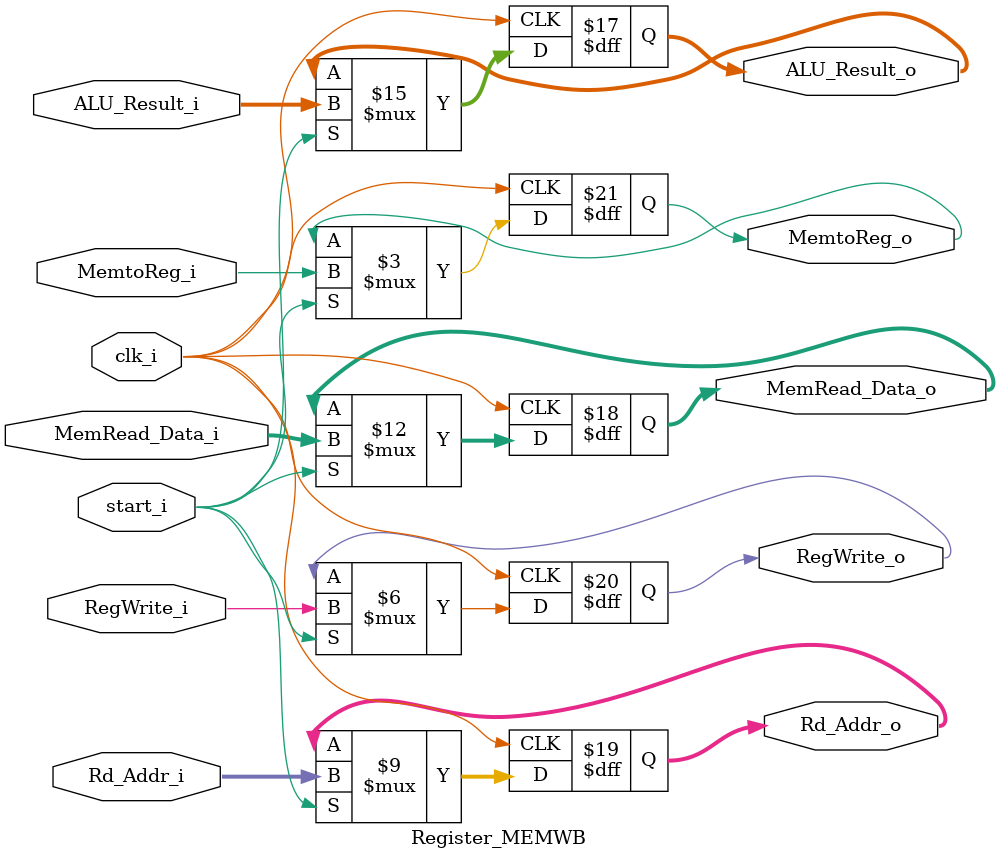
<source format=v>
module Register_MEMWB (
	clk_i, 
	start_i,

	// Address & Data & Instruction  
	ALU_Result_i,
	MemRead_Data_i,
	Rd_Addr_i,

	ALU_Result_o,
	MemRead_Data_o,
	Rd_Addr_o,

	//Control 
	RegWrite_i,
	MemtoReg_i,

	RegWrite_o,
	MemtoReg_o
);

input clk_i,start_i;
input 	[31:0] 		ALU_Result_i,MemRead_Data_i;
input 	[4:0]		Rd_Addr_i;
input RegWrite_i, MemtoReg_i;

output 	[31:0] 		ALU_Result_o,MemRead_Data_o;
output 	[4:0]		Rd_Addr_o;
output RegWrite_o, MemtoReg_o;

reg 	[31:0] 		ALU_Result_o,MemRead_Data_o;
reg 	[4:0]		Rd_Addr_o;
reg RegWrite_o, MemtoReg_o;



always @(posedge clk_i) begin
	if(start_i)	begin
		ALU_Result_o		<= ALU_Result_i;		
		MemRead_Data_o		<= MemRead_Data_i;		
		Rd_Addr_o			<= Rd_Addr_i;		
		
		RegWrite_o          <= RegWrite_i; 
        MemtoReg_o          <= MemtoReg_i;

	end
	else begin
		ALU_Result_o		<= ALU_Result_o;		
		MemRead_Data_o		<= MemRead_Data_o;		
		Rd_Addr_o			<= Rd_Addr_o;		
		
		RegWrite_o          <= RegWrite_o; 
        MemtoReg_o          <= MemtoReg_o;

	end
end
endmodule

</source>
